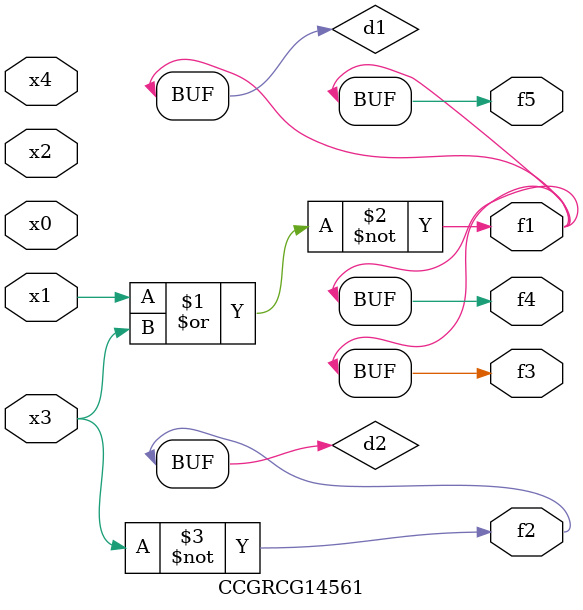
<source format=v>
module CCGRCG14561(
	input x0, x1, x2, x3, x4,
	output f1, f2, f3, f4, f5
);

	wire d1, d2;

	nor (d1, x1, x3);
	not (d2, x3);
	assign f1 = d1;
	assign f2 = d2;
	assign f3 = d1;
	assign f4 = d1;
	assign f5 = d1;
endmodule

</source>
